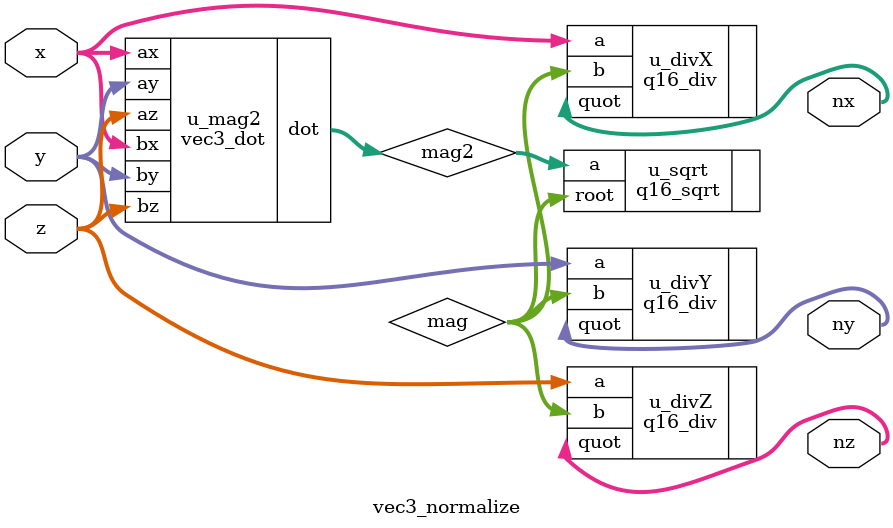
<source format=sv>

`timescale 1ns/1ps
`default_nettype none

module vec3_add (
    input  logic signed [31:0] ax, ay, az,
    input  logic signed [31:0] bx, by, bz,
    output logic signed [31:0] rx, ry, rz
);
    q16_add u_addX (.a(ax), .b(bx), .sum(rx));
    q16_add u_addY (.a(ay), .b(by), .sum(ry));
    q16_add u_addZ (.a(az), .b(bz), .sum(rz));
endmodule

// ── Vector Subtraction ────────────────────────────────────────────────────────
module vec3_sub (
    input  logic signed [31:0] ax, ay, az,
    input  logic signed [31:0] bx, by, bz,
    output logic signed [31:0] rx, ry, rz
);
    q16_sub u_subX (.a(ax), .b(bx), .diff(rx));
    q16_sub u_subY (.a(ay), .b(by), .diff(ry));
    q16_sub u_subZ (.a(az), .b(bz), .diff(rz));
endmodule

// ── Scalar Multiplication ─────────────────────────────────────────────────────
module vec3_scale (
    input  logic signed [31:0] x, y, z,
    input  logic signed [31:0] s,
    output logic signed [31:0] rx, ry, rz
);
    q16_mul u_mulX (.a(x), .b(s), .prod(rx));
    q16_mul u_mulY (.a(y), .b(s), .prod(ry));
    q16_mul u_mulZ (.a(z), .b(s), .prod(rz));
endmodule

// ── Dot Product ───────────────────────────────────────────────────────────────
module vec3_dot (
    input  logic signed [31:0] ax, ay, az,
    input  logic signed [31:0] bx, by, bz,
    output logic signed [31:0] dot
);
    q16_dot3 u_dot (.ax(ax), .ay(ay), .az(az),
                    .bx(bx), .by(by), .bz(bz),
                    .dot(dot));
endmodule

// ── Normalization ─────────────────────────────────────────────────────────────
// mag = sqrt(x² + y² + z²),  result = (x/mag, y/mag, z/mag)
module vec3_normalize (
    input  logic signed [31:0] x, y, z,
    output logic signed [31:0] nx, ny, nz
);
    logic signed [31:0] mag2, mag;
    
    vec3_dot u_mag2 (.ax(x), .ay(y), .az(z),
                     .bx(x), .by(y), .bz(z),
                     .dot(mag2));
    
    q16_sqrt u_sqrt (.a(mag2), .root(mag));
    
    q16_div u_divX (.a(x), .b(mag), .quot(nx));
    q16_div u_divY (.a(y), .b(mag), .quot(ny));
    q16_div u_divZ (.a(z), .b(mag), .quot(nz));
endmodule

`default_nettype wire

</source>
